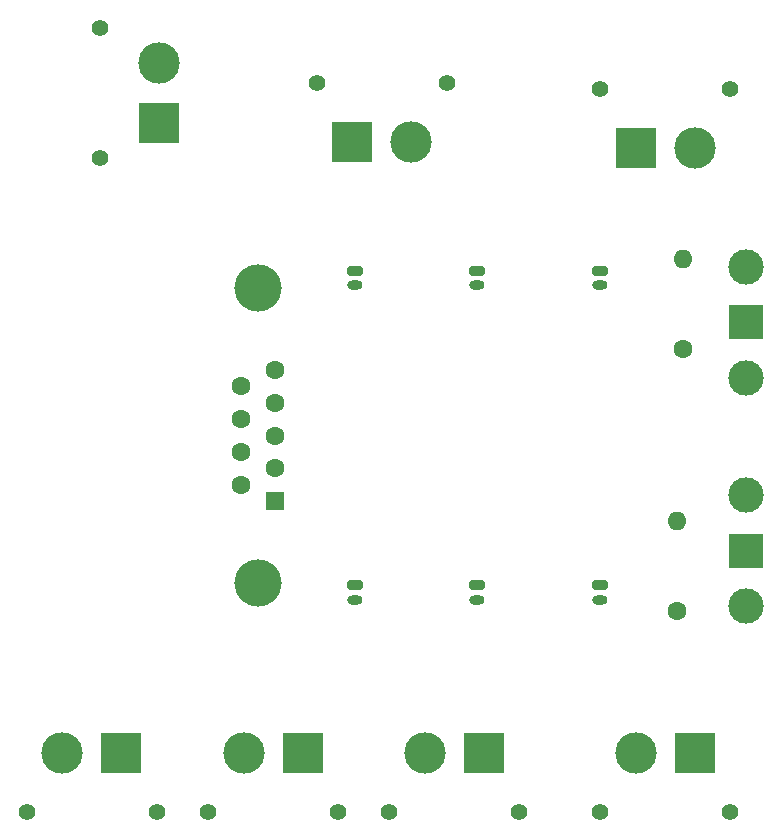
<source format=gbr>
%TF.GenerationSoftware,KiCad,Pcbnew,8.0.0*%
%TF.CreationDate,2024-03-05T11:34:16-05:00*%
%TF.ProjectId,TmotorsPCB,546d6f74-6f72-4735-9043-422e6b696361,rev?*%
%TF.SameCoordinates,Original*%
%TF.FileFunction,Soldermask,Top*%
%TF.FilePolarity,Negative*%
%FSLAX46Y46*%
G04 Gerber Fmt 4.6, Leading zero omitted, Abs format (unit mm)*
G04 Created by KiCad (PCBNEW 8.0.0) date 2024-03-05 11:34:16*
%MOMM*%
%LPD*%
G01*
G04 APERTURE LIST*
G04 Aperture macros list*
%AMRoundRect*
0 Rectangle with rounded corners*
0 $1 Rounding radius*
0 $2 $3 $4 $5 $6 $7 $8 $9 X,Y pos of 4 corners*
0 Add a 4 corners polygon primitive as box body*
4,1,4,$2,$3,$4,$5,$6,$7,$8,$9,$2,$3,0*
0 Add four circle primitives for the rounded corners*
1,1,$1+$1,$2,$3*
1,1,$1+$1,$4,$5*
1,1,$1+$1,$6,$7*
1,1,$1+$1,$8,$9*
0 Add four rect primitives between the rounded corners*
20,1,$1+$1,$2,$3,$4,$5,0*
20,1,$1+$1,$4,$5,$6,$7,0*
20,1,$1+$1,$6,$7,$8,$9,0*
20,1,$1+$1,$8,$9,$2,$3,0*%
G04 Aperture macros list end*
%ADD10C,1.400000*%
%ADD11R,3.500000X3.500000*%
%ADD12C,3.500000*%
%ADD13RoundRect,0.200000X-0.450000X0.200000X-0.450000X-0.200000X0.450000X-0.200000X0.450000X0.200000X0*%
%ADD14O,1.300000X0.800000*%
%ADD15C,3.000000*%
%ADD16R,3.000000X3.000000*%
%ADD17O,1.600000X1.600000*%
%ADD18C,1.600000*%
%ADD19R,1.600000X1.600000*%
%ADD20C,4.000000*%
G04 APERTURE END LIST*
D10*
%TO.C,J13*%
X135000000Y-38150000D03*
X146000000Y-38150000D03*
D11*
X138000000Y-43150000D03*
D12*
X143000000Y-43150000D03*
%TD*%
D10*
%TO.C,J12*%
X111000000Y-37650000D03*
X122000000Y-37650000D03*
D11*
X114000000Y-42650000D03*
D12*
X119000000Y-42650000D03*
%TD*%
D10*
%TO.C,J11*%
X97450000Y-99350000D03*
X86450000Y-99350000D03*
D11*
X94450000Y-94350000D03*
D12*
X89450000Y-94350000D03*
%TD*%
%TO.C,J10*%
X104800000Y-94350000D03*
D11*
X109800000Y-94350000D03*
D10*
X101800000Y-99350000D03*
X112800000Y-99350000D03*
%TD*%
D12*
%TO.C,J9*%
X120150000Y-94350000D03*
D11*
X125150000Y-94350000D03*
D10*
X117150000Y-99350000D03*
X128150000Y-99350000D03*
%TD*%
D12*
%TO.C,J8*%
X138000000Y-94350000D03*
D11*
X143000000Y-94350000D03*
D10*
X135000000Y-99350000D03*
X146000000Y-99350000D03*
%TD*%
%TO.C,J7*%
X92650000Y-44000000D03*
X92650000Y-33000000D03*
D11*
X97650000Y-41000000D03*
D12*
X97650000Y-36000000D03*
%TD*%
D13*
%TO.C,J4*%
X124599100Y-80190000D03*
D14*
X124599100Y-81440000D03*
%TD*%
D13*
%TO.C,J6*%
X134996600Y-80190000D03*
D14*
X134996600Y-81440000D03*
%TD*%
%TO.C,J5*%
X134996600Y-54790000D03*
D13*
X134996600Y-53540000D03*
%TD*%
%TO.C,J3*%
X124599100Y-53540000D03*
D14*
X124599100Y-54790000D03*
%TD*%
D13*
%TO.C,J2*%
X114201600Y-80190000D03*
D14*
X114201600Y-81440000D03*
%TD*%
D15*
%TO.C,SW1*%
X147300000Y-72565000D03*
X147300000Y-81965000D03*
D16*
X147300000Y-77265000D03*
%TD*%
D17*
%TO.C,R2*%
X141500000Y-74770000D03*
D18*
X141500000Y-82390000D03*
%TD*%
%TO.C,X2*%
X104615331Y-63345000D03*
X104615331Y-66115000D03*
X104615331Y-68885000D03*
X104615331Y-71655000D03*
X107455331Y-61960000D03*
X107455331Y-64730000D03*
X107455331Y-67500000D03*
X107455331Y-70270000D03*
D19*
X107455331Y-73040000D03*
D20*
X106035331Y-80000000D03*
X106035331Y-55000000D03*
%TD*%
D16*
%TO.C,SW2*%
X147300000Y-57925000D03*
D15*
X147300000Y-62625000D03*
X147300000Y-53225000D03*
%TD*%
D18*
%TO.C,R1*%
X141971600Y-60210000D03*
D17*
X141971600Y-52590000D03*
%TD*%
D14*
%TO.C,J1*%
X114201600Y-54790000D03*
D13*
X114201600Y-53540000D03*
%TD*%
M02*

</source>
